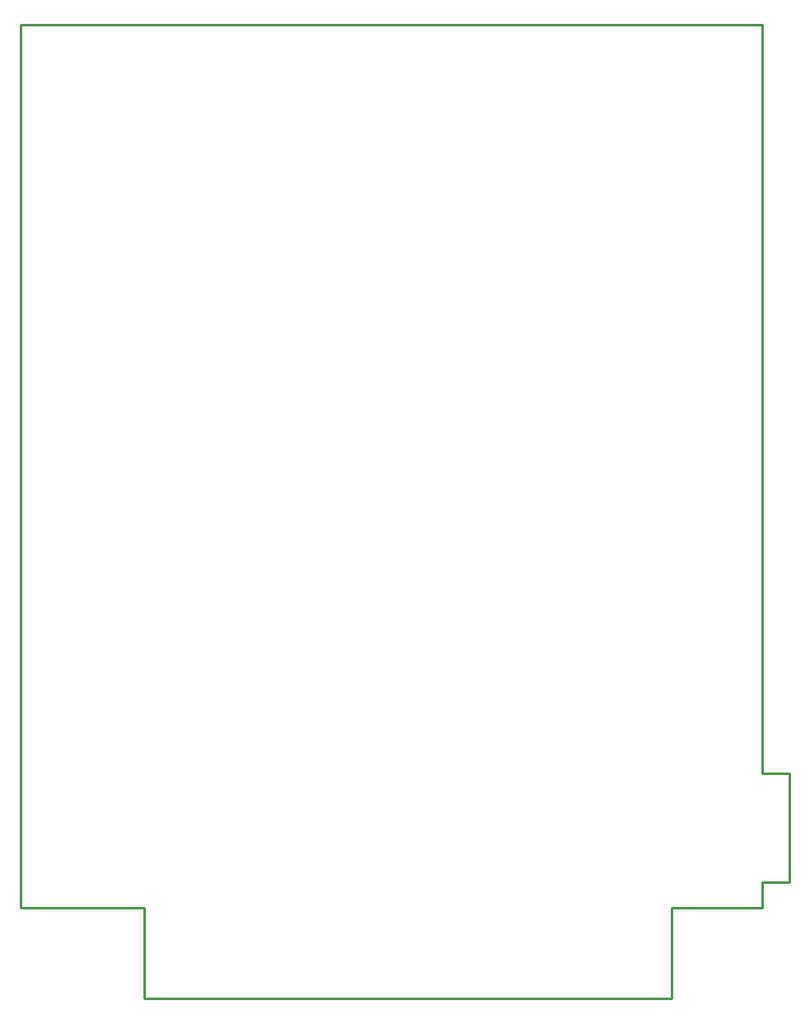
<source format=gko>
G04 Layer: BoardOutlineLayer*
G04 EasyEDA v6.5.42, 2024-04-23 01:25:34*
G04 37435acb23be492c925ee77293ce4e4e,2f8dee597c2d402b932a0ab9ce23454b,10*
G04 Gerber Generator version 0.2*
G04 Scale: 100 percent, Rotated: No, Reflected: No *
G04 Dimensions in millimeters *
G04 leading zeros omitted , absolute positions ,4 integer and 5 decimal *
%FSLAX45Y45*%
%MOMM*%

%ADD10C,0.2540*%
D10*
X0Y0D02*
G01*
X0Y0D01*
X7620000Y0D01*
X7620000Y-7683500D01*
X7899400Y-7683500D01*
X7899400Y-8801100D01*
X7620000Y-8801100D01*
X7620000Y-9067800D01*
X6692900Y-9067800D01*
X6692900Y-9994900D01*
X1270000Y-9994900D02*
G01*
X1270000Y-9067800D01*
X0Y-9067800D01*
X0Y0D01*
X6692900Y-9994900D02*
G01*
X1331213Y-9994900D01*
X1270000Y-9994900D01*

%LPD*%
M02*

</source>
